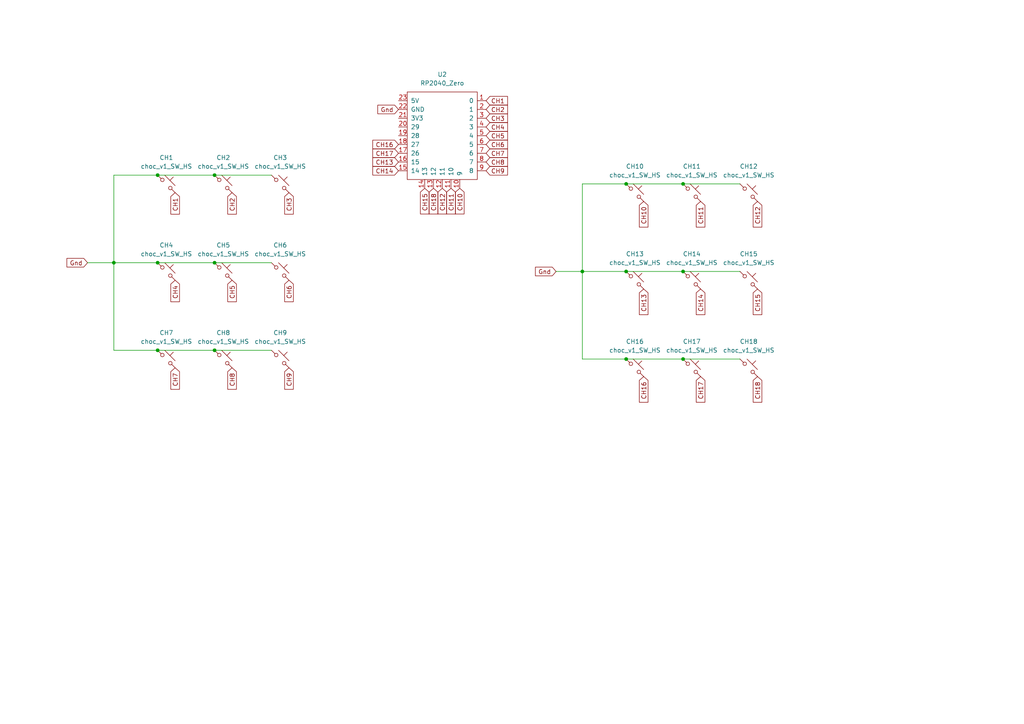
<source format=kicad_sch>
(kicad_sch (version 20231120) (generator "eeschema") (generator_version "8.0")
  (paper "A4")
  (lib_symbols
    (symbol "ScottoKeebs:MCU_RP2040_Zero" (pin_names (offset 1.016))
      (property "Reference" "U" (at 0 15.24 0))
      (property "Value" "RP2040_Zero" (at 0 12.7 0))
      (symbol "MCU_RP2040_Zero_0_1"
        (rectangle (start -10.16 11.43) (end 10.16 -13.97))
      )
      (symbol "MCU_RP2040_Zero_1_1"
        (pin bidirectional line (at 12.7 8.89 180) (length 2.54) (name "0") (number "1"))
        (pin bidirectional line (at 5.08 -16.51 90) (length 2.54) (name "9") (number "10"))
        (pin bidirectional line (at 2.54 -16.51 90) (length 2.54) (name "10") (number "11"))
        (pin bidirectional line (at 0 -16.51 90) (length 2.54) (name "11") (number "12"))
        (pin bidirectional line (at -2.54 -16.51 90) (length 2.54) (name "12") (number "13"))
        (pin bidirectional line (at -5.08 -16.51 90) (length 2.54) (name "13") (number "14"))
        (pin bidirectional line (at -12.7 -11.43 0) (length 2.54) (name "14") (number "15"))
        (pin bidirectional line (at -12.7 -8.89 0) (length 2.54) (name "15") (number "16"))
        (pin bidirectional line (at -12.7 -6.35 0) (length 2.54) (name "26") (number "17"))
        (pin bidirectional line (at -12.7 -3.81 0) (length 2.54) (name "27") (number "18"))
        (pin bidirectional line (at -12.7 -1.27 0) (length 2.54) (name "28") (number "19"))
        (pin bidirectional line (at 12.7 6.35 180) (length 2.54) (name "1") (number "2"))
        (pin bidirectional line (at -12.7 1.27 0) (length 2.54) (name "29") (number "20"))
        (pin power_out line (at -12.7 3.81 0) (length 2.54) (name "3V3") (number "21"))
        (pin power_out line (at -12.7 6.35 0) (length 2.54) (name "GND") (number "22"))
        (pin power_out line (at -12.7 8.89 0) (length 2.54) (name "5V") (number "23"))
        (pin bidirectional line (at 12.7 3.81 180) (length 2.54) (name "2") (number "3"))
        (pin bidirectional line (at 12.7 1.27 180) (length 2.54) (name "3") (number "4"))
        (pin bidirectional line (at 12.7 -1.27 180) (length 2.54) (name "4") (number "5"))
        (pin bidirectional line (at 12.7 -3.81 180) (length 2.54) (name "5") (number "6"))
        (pin bidirectional line (at 12.7 -6.35 180) (length 2.54) (name "6") (number "7"))
        (pin bidirectional line (at 12.7 -8.89 180) (length 2.54) (name "7") (number "8"))
        (pin bidirectional line (at 12.7 -11.43 180) (length 2.54) (name "8") (number "9"))
      )
    )
    (symbol "marbastlib-choc:choc_v1_SW_HS_CPG135001S30" (pin_numbers hide) (pin_names (offset 1.016) hide)
      (property "Reference" "CH" (at 3.048 1.016 0))
      (property "Value" "choc_v1_SW_HS" (at 0 -3.81 0))
      (symbol "choc_v1_SW_HS_CPG135001S30_0_1"
        (circle (center -1.1684 1.1684) (radius 0.508))
        (polyline (pts (xy -0.508 2.54) (xy 2.54 -0.508)))
        (polyline (pts (xy 1.016 1.016) (xy 2.032 2.032)))
        (polyline (pts (xy -2.54 2.54) (xy -1.524 1.524) (xy -1.524 1.524)))
        (polyline (pts (xy 1.524 -1.524) (xy 2.54 -2.54) (xy 2.54 -2.54) (xy 2.54 -2.54)))
        (circle (center 1.143 -1.1938) (radius 0.508))
        (pin passive line (at -2.54 2.54 0) (length 0) (name "1") (number "1"))
        (pin passive line (at 2.54 -2.54 180) (length 0) (name "2") (number "2"))
      )
    )
  )
  (junction (at 168.91 78.74))
  (junction (at 181.61 104.14))
  (junction (at 62.23 50.8))
  (junction (at 62.23 76.2))
  (junction (at 181.61 78.74))
  (junction (at 45.72 101.6))
  (junction (at 62.23 101.6))
  (junction (at 33.02 76.2))
  (junction (at 198.12 104.14))
  (junction (at 198.12 53.34))
  (junction (at 181.61 53.34))
  (junction (at 198.12 78.74))
  (junction (at 45.72 50.8))
  (junction (at 45.72 76.2))
  (wire (pts (xy 198.12 104.14) (xy 181.61 104.14)))
  (wire (pts (xy 33.02 76.2) (xy 45.72 76.2)))
  (wire (pts (xy 168.91 104.14) (xy 168.91 78.74)))
  (wire (pts (xy 62.23 101.6) (xy 45.72 101.6)))
  (wire (pts (xy 181.61 78.74) (xy 198.12 78.74)))
  (wire (pts (xy 168.91 78.74) (xy 181.61 78.74)))
  (wire (pts (xy 198.12 78.74) (xy 214.63 78.74)))
  (wire (pts (xy 62.23 76.2) (xy 78.74 76.2)))
  (wire (pts (xy 181.61 53.34) (xy 168.91 53.34)))
  (wire (pts (xy 45.72 101.6) (xy 33.02 101.6)))
  (wire (pts (xy 33.02 101.6) (xy 33.02 76.2)))
  (wire (pts (xy 161.29 78.74) (xy 168.91 78.74)))
  (wire (pts (xy 62.23 50.8) (xy 45.72 50.8)))
  (wire (pts (xy 214.63 53.34) (xy 198.12 53.34)))
  (wire (pts (xy 25.4 76.2) (xy 33.02 76.2)))
  (wire (pts (xy 33.02 50.8) (xy 33.02 76.2)))
  (wire (pts (xy 181.61 104.14) (xy 168.91 104.14)))
  (wire (pts (xy 45.72 76.2) (xy 62.23 76.2)))
  (wire (pts (xy 78.74 101.6) (xy 62.23 101.6)))
  (wire (pts (xy 214.63 104.14) (xy 198.12 104.14)))
  (wire (pts (xy 198.12 53.34) (xy 181.61 53.34)))
  (wire (pts (xy 168.91 53.34) (xy 168.91 78.74)))
  (wire (pts (xy 45.72 50.8) (xy 33.02 50.8)))
  (wire (pts (xy 78.74 50.8) (xy 62.23 50.8)))
  (global_label "CH6" (shape input) (at 140.97 41.91 0) (property "Intersheetrefs" "${INTERSHEET_REFS}" (effects (hide yes))))
  (global_label "CH17" (shape input) (at 203.2 109.22 270) (property "Intersheetrefs" "${INTERSHEET_REFS}" (effects (hide yes))))
  (global_label "CH10" (shape input) (at 133.35 54.61 270) (property "Intersheetrefs" "${INTERSHEET_REFS}" (effects (hide yes))))
  (global_label "CH5" (shape input) (at 67.31 81.28 270) (property "Intersheetrefs" "${INTERSHEET_REFS}" (effects (hide yes))))
  (global_label "CH12" (shape input) (at 219.71 58.42 270) (property "Intersheetrefs" "${INTERSHEET_REFS}" (effects (hide yes))))
  (global_label "CH4" (shape input) (at 50.8 81.28 270) (property "Intersheetrefs" "${INTERSHEET_REFS}" (effects (hide yes))))
  (global_label "CH8" (shape input) (at 140.97 46.99 0) (property "Intersheetrefs" "${INTERSHEET_REFS}" (effects (hide yes))))
  (global_label "CH3" (shape input) (at 140.97 34.29 0) (property "Intersheetrefs" "${INTERSHEET_REFS}" (effects (hide yes))))
  (global_label "Gnd" (shape input) (at 161.29 78.74 180) (property "Intersheetrefs" "${INTERSHEET_REFS}" (effects (hide yes))))
  (global_label "CH11" (shape input) (at 130.81 54.61 270) (property "Intersheetrefs" "${INTERSHEET_REFS}" (effects (hide yes))))
  (global_label "CH13" (shape input) (at 115.57 46.99 180) (property "Intersheetrefs" "${INTERSHEET_REFS}" (effects (hide yes))))
  (global_label "CH4" (shape input) (at 140.97 36.83 0) (property "Intersheetrefs" "${INTERSHEET_REFS}" (effects (hide yes))))
  (global_label "CH1" (shape input) (at 140.97 29.21 0) (property "Intersheetrefs" "${INTERSHEET_REFS}" (effects (hide yes))))
  (global_label "CH2" (shape input) (at 67.31 55.88 270) (property "Intersheetrefs" "${INTERSHEET_REFS}" (effects (hide yes))))
  (global_label "CH7" (shape input) (at 140.97 44.45 0) (property "Intersheetrefs" "${INTERSHEET_REFS}" (effects (hide yes))))
  (global_label "CH6" (shape input) (at 83.82 81.28 270) (property "Intersheetrefs" "${INTERSHEET_REFS}" (effects (hide yes))))
  (global_label "CH16" (shape input) (at 115.57 41.91 180) (property "Intersheetrefs" "${INTERSHEET_REFS}" (effects (hide yes))))
  (global_label "Gnd" (shape input) (at 115.57 31.75 180) (property "Intersheetrefs" "${INTERSHEET_REFS}" (effects (hide yes))))
  (global_label "CH2" (shape input) (at 140.97 31.75 0) (property "Intersheetrefs" "${INTERSHEET_REFS}" (effects (hide yes))))
  (global_label "CH10" (shape input) (at 186.69 58.42 270) (property "Intersheetrefs" "${INTERSHEET_REFS}" (effects (hide yes))))
  (global_label "CH12" (shape input) (at 128.27 54.61 270) (property "Intersheetrefs" "${INTERSHEET_REFS}" (effects (hide yes))))
  (global_label "CH16" (shape input) (at 186.69 109.22 270) (property "Intersheetrefs" "${INTERSHEET_REFS}" (effects (hide yes))))
  (global_label "CH8" (shape input) (at 67.31 106.68 270) (property "Intersheetrefs" "${INTERSHEET_REFS}" (effects (hide yes))))
  (global_label "CH3" (shape input) (at 83.82 55.88 270) (property "Intersheetrefs" "${INTERSHEET_REFS}" (effects (hide yes))))
  (global_label "CH7" (shape input) (at 50.8 106.68 270) (property "Intersheetrefs" "${INTERSHEET_REFS}" (effects (hide yes))))
  (global_label "CH9" (shape input) (at 83.82 106.68 270) (property "Intersheetrefs" "${INTERSHEET_REFS}" (effects (hide yes))))
  (global_label "CH13" (shape input) (at 186.69 83.82 270) (property "Intersheetrefs" "${INTERSHEET_REFS}" (effects (hide yes))))
  (global_label "CH15" (shape input) (at 219.71 83.82 270) (property "Intersheetrefs" "${INTERSHEET_REFS}" (effects (hide yes))))
  (global_label "CH11" (shape input) (at 203.2 58.42 270) (property "Intersheetrefs" "${INTERSHEET_REFS}" (effects (hide yes))))
  (global_label "CH14" (shape input) (at 115.57 49.53 180) (property "Intersheetrefs" "${INTERSHEET_REFS}" (effects (hide yes))))
  (global_label "CH17" (shape input) (at 115.57 44.45 180) (property "Intersheetrefs" "${INTERSHEET_REFS}" (effects (hide yes))))
  (global_label "CH9" (shape input) (at 140.97 49.53 0) (property "Intersheetrefs" "${INTERSHEET_REFS}" (effects (hide yes))))
  (global_label "CH18" (shape input) (at 125.73 54.61 270) (property "Intersheetrefs" "${INTERSHEET_REFS}" (effects (hide yes))))
  (global_label "Gnd" (shape input) (at 25.4 76.2 180) (property "Intersheetrefs" "${INTERSHEET_REFS}" (effects (hide yes))))
  (global_label "CH5" (shape input) (at 140.97 39.37 0) (property "Intersheetrefs" "${INTERSHEET_REFS}" (effects (hide yes))))
  (global_label "CH1" (shape input) (at 50.8 55.88 270) (property "Intersheetrefs" "${INTERSHEET_REFS}" (effects (hide yes))))
  (global_label "CH18" (shape input) (at 219.71 109.22 270) (property "Intersheetrefs" "${INTERSHEET_REFS}" (effects (hide yes))))
  (global_label "CH14" (shape input) (at 203.2 83.82 270) (property "Intersheetrefs" "${INTERSHEET_REFS}" (effects (hide yes))))
  (global_label "CH15" (shape input) (at 123.19 54.61 270) (property "Intersheetrefs" "${INTERSHEET_REFS}" (effects (hide yes))))
  (symbol (lib_id "marbastlib-choc:choc_v1_SW_HS_CPG135001S30") (at 48.26 104.14 0) (unit 1)
    (property "Reference" "CH7" (at 48.26 96.52 0))
    (property "Value" "choc_v1_SW_HS" (at 48.26 99.06 0))
    (property "Footprint" "marbastlib-choc:SW_choc_v1_HS_CPG135001S30_1u" (effects (hide yes)))
    (property "Description" "Push button switch, normally open, two pins, 45° tilted" (effects (hide yes)))
  )
  (symbol (lib_id "marbastlib-choc:choc_v1_SW_HS_CPG135001S30") (at 64.77 78.74 0) (unit 1)
    (property "Reference" "CH5" (at 64.77 71.12 0))
    (property "Value" "choc_v1_SW_HS" (at 64.77 73.66 0))
    (property "Footprint" "marbastlib-choc:SW_choc_v1_HS_CPG135001S30_1u" (effects (hide yes)))
    (property "Description" "Push button switch, normally open, two pins, 45° tilted" (effects (hide yes)))
  )
  (symbol (lib_id "marbastlib-choc:choc_v1_SW_HS_CPG135001S30") (at 200.66 55.88 0) (unit 1)
    (property "Reference" "CH11" (at 200.66 48.26 0))
    (property "Value" "choc_v1_SW_HS" (at 200.66 50.8 0))
    (property "Footprint" "marbastlib-choc:SW_choc_v1_HS_CPG135001S30_1u" (effects (hide yes)))
    (property "Description" "Push button switch, normally open, two pins, 45° tilted" (effects (hide yes)))
  )
  (symbol (lib_id "marbastlib-choc:choc_v1_SW_HS_CPG135001S30") (at 64.77 104.14 0) (unit 1)
    (property "Reference" "CH8" (at 64.77 96.52 0))
    (property "Value" "choc_v1_SW_HS" (at 64.77 99.06 0))
    (property "Footprint" "marbastlib-choc:SW_choc_v1_HS_CPG135001S30_1u" (effects (hide yes)))
    (property "Description" "Push button switch, normally open, two pins, 45° tilted" (effects (hide yes)))
  )
  (symbol (lib_id "marbastlib-choc:choc_v1_SW_HS_CPG135001S30") (at 48.26 78.74 0) (unit 1)
    (property "Reference" "CH4" (at 48.26 71.12 0))
    (property "Value" "choc_v1_SW_HS" (at 48.26 73.66 0))
    (property "Footprint" "marbastlib-choc:SW_choc_v1_HS_CPG135001S30_1u" (effects (hide yes)))
    (property "Description" "Push button switch, normally open, two pins, 45° tilted" (effects (hide yes)))
  )
  (symbol (lib_id "marbastlib-choc:choc_v1_SW_HS_CPG135001S30") (at 184.15 81.28 0) (unit 1)
    (property "Reference" "CH13" (at 184.15 73.66 0))
    (property "Value" "choc_v1_SW_HS" (at 184.15 76.2 0))
    (property "Footprint" "marbastlib-choc:SW_choc_v1_HS_CPG135001S30_1u" (effects (hide yes)))
    (property "Description" "Push button switch, normally open, two pins, 45° tilted" (effects (hide yes)))
  )
  (symbol (lib_id "marbastlib-choc:choc_v1_SW_HS_CPG135001S30") (at 81.28 104.14 0) (unit 1)
    (property "Reference" "CH9" (at 81.28 96.52 0))
    (property "Value" "choc_v1_SW_HS" (at 81.28 99.06 0))
    (property "Footprint" "marbastlib-choc:SW_choc_v1_HS_CPG135001S30_1u" (effects (hide yes)))
    (property "Description" "Push button switch, normally open, two pins, 45° tilted" (effects (hide yes)))
  )
  (symbol (lib_id "marbastlib-choc:choc_v1_SW_HS_CPG135001S30") (at 200.66 81.28 0) (unit 1)
    (property "Reference" "CH14" (at 200.66 73.66 0))
    (property "Value" "choc_v1_SW_HS" (at 200.66 76.2 0))
    (property "Footprint" "marbastlib-choc:SW_choc_v1_HS_CPG135001S30_1u" (effects (hide yes)))
    (property "Description" "Push button switch, normally open, two pins, 45° tilted" (effects (hide yes)))
  )
  (symbol (lib_id "ScottoKeebs:MCU_RP2040_Zero") (at 128.27 38.1 0) (unit 1)
    (property "Reference" "U2" (at 128.27 21.59 0))
    (property "Value" "RP2040_Zero" (at 128.27 24.13 0))
    (property "Footprint" "ScottoKeebs_MCU:RP2040_Zero" (effects (hide yes)))
  )
  (symbol (lib_id "marbastlib-choc:choc_v1_SW_HS_CPG135001S30") (at 217.17 55.88 0) (unit 1)
    (property "Reference" "CH12" (at 217.17 48.26 0))
    (property "Value" "choc_v1_SW_HS" (at 217.17 50.8 0))
    (property "Footprint" "marbastlib-choc:SW_choc_v1_HS_CPG135001S30_1u" (effects (hide yes)))
    (property "Description" "Push button switch, normally open, two pins, 45° tilted" (effects (hide yes)))
  )
  (symbol (lib_id "marbastlib-choc:choc_v1_SW_HS_CPG135001S30") (at 217.17 81.28 0) (unit 1)
    (property "Reference" "CH15" (at 217.17 73.66 0))
    (property "Value" "choc_v1_SW_HS" (at 217.17 76.2 0))
    (property "Footprint" "marbastlib-choc:SW_choc_v1_HS_CPG135001S30_1u" (effects (hide yes)))
    (property "Description" "Push button switch, normally open, two pins, 45° tilted" (effects (hide yes)))
  )
  (symbol (lib_id "marbastlib-choc:choc_v1_SW_HS_CPG135001S30") (at 81.28 53.34 0) (unit 1)
    (property "Reference" "CH3" (at 81.28 45.72 0))
    (property "Value" "choc_v1_SW_HS" (at 81.28 48.26 0))
    (property "Footprint" "marbastlib-choc:SW_choc_v1_HS_CPG135001S30_1u" (effects (hide yes)))
    (property "Description" "Push button switch, normally open, two pins, 45° tilted" (effects (hide yes)))
  )
  (symbol (lib_id "marbastlib-choc:choc_v1_SW_HS_CPG135001S30") (at 64.77 53.34 0) (unit 1)
    (property "Reference" "CH2" (at 64.77 45.72 0))
    (property "Value" "choc_v1_SW_HS" (at 64.77 48.26 0))
    (property "Footprint" "marbastlib-choc:SW_choc_v1_HS_CPG135001S30_1u" (effects (hide yes)))
    (property "Description" "Push button switch, normally open, two pins, 45° tilted" (effects (hide yes)))
  )
  (symbol (lib_id "marbastlib-choc:choc_v1_SW_HS_CPG135001S30") (at 184.15 106.68 0) (unit 1)
    (property "Reference" "CH16" (at 184.15 99.06 0))
    (property "Value" "choc_v1_SW_HS" (at 184.15 101.6 0))
    (property "Footprint" "marbastlib-choc:SW_choc_v1_HS_CPG135001S30_1u" (effects (hide yes)))
    (property "Description" "Push button switch, normally open, two pins, 45° tilted" (effects (hide yes)))
  )
  (symbol (lib_id "marbastlib-choc:choc_v1_SW_HS_CPG135001S30") (at 217.17 106.68 0) (unit 1)
    (property "Reference" "CH18" (at 217.17 99.06 0))
    (property "Value" "choc_v1_SW_HS" (at 217.17 101.6 0))
    (property "Footprint" "marbastlib-choc:SW_choc_v1_HS_CPG135001S30_1u" (effects (hide yes)))
    (property "Description" "Push button switch, normally open, two pins, 45° tilted" (effects (hide yes)))
  )
  (symbol (lib_id "marbastlib-choc:choc_v1_SW_HS_CPG135001S30") (at 48.26 53.34 0) (unit 1)
    (property "Reference" "CH1" (at 48.26 45.72 0))
    (property "Value" "choc_v1_SW_HS" (at 48.26 48.26 0))
    (property "Footprint" "marbastlib-choc:SW_choc_v1_HS_CPG135001S30_1u" (effects (hide yes)))
    (property "Description" "Push button switch, normally open, two pins, 45° tilted" (effects (hide yes)))
  )
  (symbol (lib_id "marbastlib-choc:choc_v1_SW_HS_CPG135001S30") (at 81.28 78.74 0) (unit 1)
    (property "Reference" "CH6" (at 81.28 71.12 0))
    (property "Value" "choc_v1_SW_HS" (at 81.28 73.66 0))
    (property "Footprint" "marbastlib-choc:SW_choc_v1_HS_CPG135001S30_1u" (effects (hide yes)))
    (property "Description" "Push button switch, normally open, two pins, 45° tilted" (effects (hide yes)))
  )
  (symbol (lib_id "marbastlib-choc:choc_v1_SW_HS_CPG135001S30") (at 200.66 106.68 0) (unit 1)
    (property "Reference" "CH17" (at 200.66 99.06 0))
    (property "Value" "choc_v1_SW_HS" (at 200.66 101.6 0))
    (property "Footprint" "marbastlib-choc:SW_choc_v1_HS_CPG135001S30_1u" (effects (hide yes)))
    (property "Description" "Push button switch, normally open, two pins, 45° tilted" (effects (hide yes)))
  )
  (symbol (lib_id "marbastlib-choc:choc_v1_SW_HS_CPG135001S30") (at 184.15 55.88 0) (unit 1)
    (property "Reference" "CH10" (at 184.15 48.26 0))
    (property "Value" "choc_v1_SW_HS" (at 184.15 50.8 0))
    (property "Footprint" "marbastlib-choc:SW_choc_v1_HS_CPG135001S30_1u" (effects (hide yes)))
    (property "Description" "Push button switch, normally open, two pins, 45° tilted" (effects (hide yes)))
  )
)
</source>
